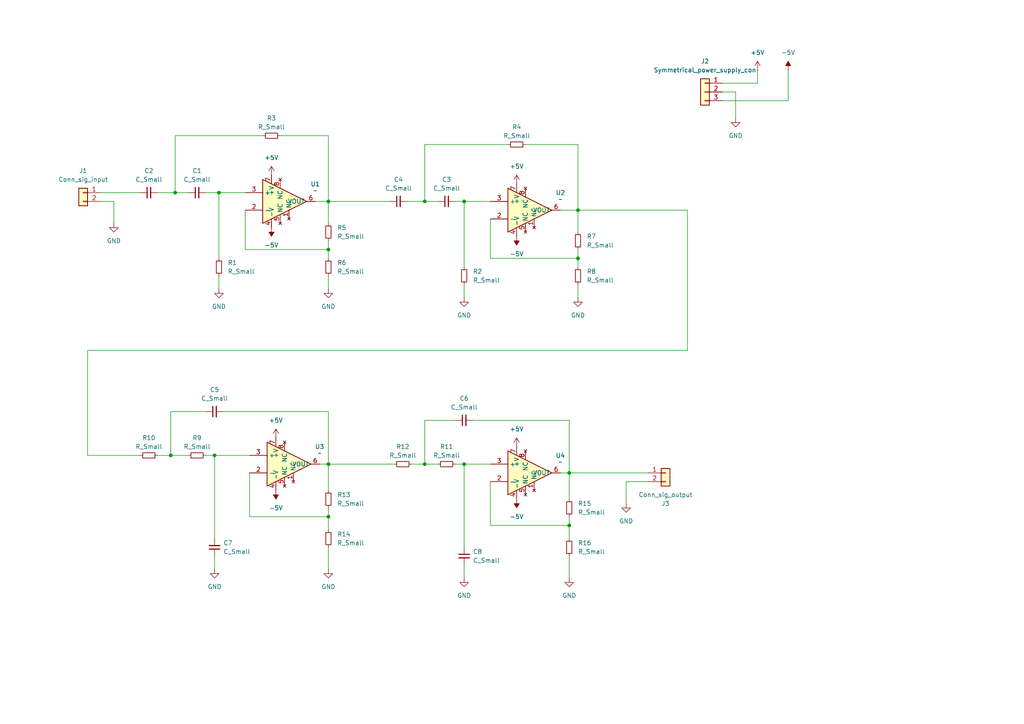
<source format=kicad_sch>
(kicad_sch (version 20231120) (generator "eeschema") (generator_version "8.0")
  (paper "A4")
  (lib_symbols
    (symbol "Connector_Generic:Conn_01x02" (pin_names (offset 1.016) hide)
      (property "Reference" "J" (at 0 2.54 0))
      (property "Value" "Conn_01x02" (at 0 -5.08 0))
      (symbol "Conn_01x02_1_1"
        (rectangle (start -1.27 -2.413) (end 0 -2.667) (stroke (width 0.1524)))
        (rectangle (start -1.27 0.127) (end 0 -0.127) (stroke (width 0.1524)))
        (rectangle (start -1.27 1.27) (end 1.27 -3.81) (stroke (width 0.254)) (fill (type background)))
        (pin passive line (at -5.08 0 0) (length 3.81) (name "Pin_1") (number "1"))
        (pin passive line (at -5.08 -2.54 0) (length 3.81) (name "Pin_2") (number "2"))
      )
    )
    (symbol "Connector_Generic:Conn_01x03" (pin_names (offset 1.016) hide)
      (property "Reference" "J" (at 0 5.08 0))
      (property "Value" "Conn_01x03" (at 0 -5.08 0))
      (symbol "Conn_01x03_1_1"
        (rectangle (start -1.27 -2.413) (end 0 -2.667) (stroke (width 0.1524)))
        (rectangle (start -1.27 0.127) (end 0 -0.127) (stroke (width 0.1524)))
        (rectangle (start -1.27 2.667) (end 0 2.413) (stroke (width 0.1524)))
        (rectangle (start -1.27 3.81) (end 1.27 -3.81) (stroke (width 0.254)) (fill (type background)))
        (pin passive line (at -5.08 2.54 0) (length 3.81) (name "Pin_1") (number "1"))
        (pin passive line (at -5.08 0 0) (length 3.81) (name "Pin_2") (number "2"))
        (pin passive line (at -5.08 -2.54 0) (length 3.81) (name "Pin_3") (number "3"))
      )
    )
    (symbol "Device:C_Small" (pin_numbers hide) (pin_names (offset 0.254) hide)
      (property "Reference" "C" (at 0.254 1.778 0))
      (property "Value" "C_Small" (at 0.254 -2.032 0))
      (symbol "C_Small_0_1"
        (polyline (pts (xy -1.524 -0.508) (xy 1.524 -0.508)) (stroke (width 0.3302)))
        (polyline (pts (xy -1.524 0.508) (xy 1.524 0.508)) (stroke (width 0.3048)))
      )
      (symbol "C_Small_1_1"
        (pin passive line (at 0 2.54 270) (length 2.032) (name "~") (number "1"))
        (pin passive line (at 0 -2.54 90) (length 2.032) (name "~") (number "2"))
      )
    )
    (symbol "Device:R_Small" (pin_numbers hide) (pin_names (offset 0.254) hide)
      (property "Reference" "R" (at 0.762 0.508 0))
      (property "Value" "R_Small" (at 0.762 -1.016 0))
      (symbol "R_Small_0_1"
        (rectangle (start -0.762 1.778) (end 0.762 -1.778) (stroke (width 0.2032)))
      )
      (symbol "R_Small_1_1"
        (pin passive line (at 0 2.54 270) (length 0.762) (name "~") (number "1"))
        (pin passive line (at 0 -2.54 90) (length 0.762) (name "~") (number "2"))
      )
    )
    (symbol "Pav_lib:ad8055"
      (property "Reference" "U" (at 0 0 0))
      (symbol "ad8055_0_1"
        (polyline (pts (xy 3.81 16.51) (xy 3.81 3.81) (xy 16.51 10.16) (xy 3.81 16.51)) (stroke (width 0.254)) (fill (type background)))
        (circle (center 3.81 12.7) (radius 0.0001))
      )
      (symbol "ad8055_1_1"
        (pin no_connect line (at 11.43 5.08 90) (length 2.54) (name "NC") (number "1"))
        (pin input line (at -1.27 7.62 0) (length 5.08) (name "-") (number "2"))
        (pin input line (at -1.27 12.7 0) (length 5.08) (name "+") (number "3"))
        (pin power_in line (at 6.35 2.54 90) (length 2.54) (name "-V") (number "4"))
        (pin no_connect line (at 8.89 3.81 90) (length 2.54) (name "NC") (number "5"))
        (pin output line (at 19.05 10.16 180) (length 2.54) (name "VOUT") (number "6"))
        (pin power_in line (at 6.35 17.78 270) (length 2.54) (name "+V") (number "7"))
        (pin no_connect line (at 8.89 16.51 270) (length 2.54) (name "NC") (number "8"))
      )
    )
    (symbol "power:+5V" (power) (pin_numbers hide) (pin_names (offset 0) hide)
      (property "Value" "+5V" (at 0 3.556 0))
      (symbol "+5V_0_1"
        (polyline (pts (xy -0.762 1.27) (xy 0 2.54)))
        (polyline (pts (xy 0 0) (xy 0 2.54)))
        (polyline (pts (xy 0 2.54) (xy 0.762 1.27)))
      )
      (symbol "+5V_1_1"
        (pin power_in line (at 0 0 90) (length 0) (name "~") (number "1"))
      )
    )
    (symbol "power:-5V" (power) (pin_numbers hide) (pin_names (offset 0) hide)
      (property "Value" "-5V" (at 0 3.556 0))
      (symbol "-5V_0_0"
        (pin power_in line (at 0 0 90) (length 0) (name "~") (number "1"))
      )
      (symbol "-5V_0_1"
        (polyline (pts (xy 0 0) (xy 0 1.27) (xy 0.762 1.27) (xy 0 2.54) (xy -0.762 1.27) (xy 0 1.27)) (fill (type outline)))
      )
    )
    (symbol "power:GND" (power) (pin_numbers hide) (pin_names (offset 0) hide)
      (property "Value" "GND" (at 0 -3.81 0))
      (symbol "GND_0_1"
        (polyline (pts (xy 0 0) (xy 0 -1.27) (xy 1.27 -1.27) (xy 0 -2.54) (xy -1.27 -1.27) (xy 0 -1.27)))
      )
      (symbol "GND_1_1"
        (pin power_in line (at 0 0 270) (length 0) (name "~") (number "1"))
      )
    )
  )
  (junction (at 50.8 55.88))
  (junction (at 62.23 132.08))
  (junction (at 95.25 58.42))
  (junction (at 134.62 134.62))
  (junction (at 123.19 58.42))
  (junction (at 95.25 149.86))
  (junction (at 167.64 60.96))
  (junction (at 134.62 58.42))
  (junction (at 95.25 72.39))
  (junction (at 95.25 134.62))
  (junction (at 49.53 132.08))
  (junction (at 167.64 74.93))
  (junction (at 123.19 134.62))
  (junction (at 165.1 152.4))
  (junction (at 165.1 137.16))
  (junction (at 63.5 55.88))
  (wire (pts (xy 123.19 134.62) (xy 127 134.62)))
  (wire (pts (xy 219.71 24.13) (xy 219.71 20.32)))
  (wire (pts (xy 167.64 41.91) (xy 167.64 60.96)))
  (wire (pts (xy 95.25 39.37) (xy 81.28 39.37)))
  (wire (pts (xy 118.11 58.42) (xy 123.19 58.42)))
  (wire (pts (xy 165.1 152.4) (xy 165.1 156.21)))
  (wire (pts (xy 142.24 63.5) (xy 142.24 74.93)))
  (wire (pts (xy 95.25 58.42) (xy 113.03 58.42)))
  (wire (pts (xy 167.64 67.31) (xy 167.64 60.96)))
  (wire (pts (xy 213.36 26.67) (xy 213.36 34.29)))
  (wire (pts (xy 29.21 58.42) (xy 33.02 58.42)))
  (wire (pts (xy 95.25 64.77) (xy 95.25 58.42)))
  (wire (pts (xy 95.25 134.62) (xy 92.71 134.62)))
  (wire (pts (xy 45.72 132.08) (xy 49.53 132.08)))
  (wire (pts (xy 228.6 20.32) (xy 228.6 29.21)))
  (wire (pts (xy 63.5 55.88) (xy 63.5 74.93)))
  (wire (pts (xy 209.55 24.13) (xy 219.71 24.13)))
  (wire (pts (xy 63.5 55.88) (xy 71.12 55.88)))
  (wire (pts (xy 181.61 139.7) (xy 181.61 146.05)))
  (wire (pts (xy 62.23 132.08) (xy 72.39 132.08)))
  (wire (pts (xy 199.39 60.96) (xy 199.39 101.6)))
  (wire (pts (xy 95.25 72.39) (xy 95.25 74.93)))
  (wire (pts (xy 165.1 137.16) (xy 187.96 137.16)))
  (wire (pts (xy 199.39 101.6) (xy 25.4 101.6)))
  (wire (pts (xy 152.4 41.91) (xy 167.64 41.91)))
  (wire (pts (xy 123.19 121.92) (xy 123.19 134.62)))
  (wire (pts (xy 50.8 39.37) (xy 50.8 55.88)))
  (wire (pts (xy 165.1 137.16) (xy 165.1 144.78)))
  (wire (pts (xy 123.19 58.42) (xy 127 58.42)))
  (wire (pts (xy 95.25 58.42) (xy 91.44 58.42)))
  (wire (pts (xy 167.64 60.96) (xy 199.39 60.96)))
  (wire (pts (xy 142.24 152.4) (xy 165.1 152.4)))
  (wire (pts (xy 167.64 74.93) (xy 167.64 77.47)))
  (wire (pts (xy 71.12 60.96) (xy 71.12 72.39)))
  (wire (pts (xy 25.4 101.6) (xy 25.4 132.08)))
  (wire (pts (xy 71.12 72.39) (xy 95.25 72.39)))
  (wire (pts (xy 165.1 149.86) (xy 165.1 152.4)))
  (wire (pts (xy 132.08 58.42) (xy 134.62 58.42)))
  (wire (pts (xy 147.32 41.91) (xy 123.19 41.91)))
  (wire (pts (xy 49.53 119.38) (xy 49.53 132.08)))
  (wire (pts (xy 95.25 134.62) (xy 95.25 119.38)))
  (wire (pts (xy 134.62 58.42) (xy 142.24 58.42)))
  (wire (pts (xy 59.69 119.38) (xy 49.53 119.38)))
  (wire (pts (xy 209.55 26.67) (xy 213.36 26.67)))
  (wire (pts (xy 132.08 134.62) (xy 134.62 134.62)))
  (wire (pts (xy 187.96 139.7) (xy 181.61 139.7)))
  (wire (pts (xy 63.5 80.01) (xy 63.5 83.82)))
  (wire (pts (xy 62.23 132.08) (xy 62.23 156.21)))
  (wire (pts (xy 50.8 39.37) (xy 76.2 39.37)))
  (wire (pts (xy 142.24 74.93) (xy 167.64 74.93)))
  (wire (pts (xy 72.39 149.86) (xy 95.25 149.86)))
  (wire (pts (xy 45.72 55.88) (xy 50.8 55.88)))
  (wire (pts (xy 165.1 161.29) (xy 165.1 167.64)))
  (wire (pts (xy 165.1 121.92) (xy 137.16 121.92)))
  (wire (pts (xy 29.21 55.88) (xy 40.64 55.88)))
  (wire (pts (xy 132.08 121.92) (xy 123.19 121.92)))
  (wire (pts (xy 134.62 134.62) (xy 134.62 158.75)))
  (wire (pts (xy 167.64 82.55) (xy 167.64 86.36)))
  (wire (pts (xy 95.25 58.42) (xy 95.25 39.37)))
  (wire (pts (xy 228.6 29.21) (xy 209.55 29.21)))
  (wire (pts (xy 62.23 161.29) (xy 62.23 165.1)))
  (wire (pts (xy 95.25 69.85) (xy 95.25 72.39)))
  (wire (pts (xy 134.62 134.62) (xy 142.24 134.62)))
  (wire (pts (xy 25.4 132.08) (xy 40.64 132.08)))
  (wire (pts (xy 167.64 60.96) (xy 162.56 60.96)))
  (wire (pts (xy 165.1 137.16) (xy 165.1 121.92)))
  (wire (pts (xy 95.25 119.38) (xy 64.77 119.38)))
  (wire (pts (xy 33.02 58.42) (xy 33.02 64.77)))
  (wire (pts (xy 49.53 132.08) (xy 54.61 132.08)))
  (wire (pts (xy 134.62 82.55) (xy 134.62 86.36)))
  (wire (pts (xy 72.39 137.16) (xy 72.39 149.86)))
  (wire (pts (xy 162.56 137.16) (xy 165.1 137.16)))
  (wire (pts (xy 134.62 163.83) (xy 134.62 167.64)))
  (wire (pts (xy 59.69 132.08) (xy 62.23 132.08)))
  (wire (pts (xy 123.19 41.91) (xy 123.19 58.42)))
  (wire (pts (xy 95.25 80.01) (xy 95.25 83.82)))
  (wire (pts (xy 95.25 158.75) (xy 95.25 165.1)))
  (wire (pts (xy 134.62 58.42) (xy 134.62 77.47)))
  (wire (pts (xy 95.25 134.62) (xy 114.3 134.62)))
  (wire (pts (xy 142.24 139.7) (xy 142.24 152.4)))
  (wire (pts (xy 95.25 147.32) (xy 95.25 149.86)))
  (wire (pts (xy 95.25 149.86) (xy 95.25 153.67)))
  (wire (pts (xy 119.38 134.62) (xy 123.19 134.62)))
  (wire (pts (xy 50.8 55.88) (xy 54.61 55.88)))
  (wire (pts (xy 95.25 142.24) (xy 95.25 134.62)))
  (wire (pts (xy 59.69 55.88) (xy 63.5 55.88)))
  (wire (pts (xy 167.64 72.39) (xy 167.64 74.93)))
  (symbol (lib_id "Pav_lib:ad8055") (at 143.51 71.12 0) (unit 1)
    (property "Reference" "U2" (at 162.56 55.9114 0))
    (property "Value" "~" (at 162.56 57.8165 0))
    (property "Footprint" "pav_fp:DIP794W56P254L959H533Q8N" (effects (hide yes)))
  )
  (symbol (lib_id "Device:C_Small") (at 129.54 58.42 90) (unit 1)
    (property "Reference" "C3" (at 129.5463 52.07 90))
    (property "Value" "C_Small" (at 129.5463 54.61 90))
    (property "Footprint" "Capacitor_THT:CP_Radial_D4.0mm_P2.00mm" (effects (hide yes)))
    (property "Description" "Unpolarized capacitor, small symbol" (effects (hide yes)))
  )
  (symbol (lib_id "power:GND") (at 63.5 83.82 0) (unit 1)
    (property "Reference" "#PWR04" (effects (hide yes)))
    (property "Value" "GND" (at 63.5 88.9 0))
    (property "Description" "Power symbol creates a global label with name \"GND\" , ground" (effects (hide yes)))
  )
  (symbol (lib_id "Device:C_Small") (at 134.62 161.29 0) (unit 1)
    (property "Reference" "C8" (at 137.16 160.0262 0) (effects (justify left)))
    (property "Value" "C_Small" (at 137.16 162.5662 0) (effects (justify left)))
    (property "Footprint" "Capacitor_THT:CP_Radial_D4.0mm_P2.00mm" (effects (hide yes)))
    (property "Description" "Unpolarized capacitor, small symbol" (effects (hide yes)))
  )
  (symbol (lib_id "Device:C_Small") (at 115.57 58.42 90) (unit 1)
    (property "Reference" "C4" (at 115.5763 52.07 90))
    (property "Value" "C_Small" (at 115.5763 54.61 90))
    (property "Footprint" "Capacitor_THT:CP_Radial_D4.0mm_P2.00mm" (effects (hide yes)))
    (property "Description" "Unpolarized capacitor, small symbol" (effects (hide yes)))
  )
  (symbol (lib_id "power:-5V") (at 149.86 68.58 180) (unit 1)
    (property "Reference" "#PWR018" (effects (hide yes)))
    (property "Value" "-5V" (at 149.86 73.66 0))
    (property "Description" "Power symbol creates a global label with name \"-5V\"" (effects (hide yes)))
  )
  (symbol (lib_id "Device:C_Small") (at 62.23 119.38 90) (unit 1)
    (property "Reference" "C5" (at 62.2363 113.03 90))
    (property "Value" "C_Small" (at 62.2363 115.57 90))
    (property "Footprint" "Capacitor_THT:CP_Radial_D4.0mm_P2.00mm" (effects (hide yes)))
    (property "Description" "Unpolarized capacitor, small symbol" (effects (hide yes)))
  )
  (symbol (lib_id "Device:R_Small") (at 165.1 147.32 0) (unit 1)
    (property "Reference" "R15" (at 167.64 146.0499 0) (effects (justify left)))
    (property "Value" "R_Small" (at 167.64 148.5899 0) (effects (justify left)))
    (property "Footprint" "Resistor_THT:R_Axial_DIN0204_L3.6mm_D1.6mm_P7.62mm_Horizontal" (effects (hide yes)))
    (property "Description" "Resistor, small symbol" (effects (hide yes)))
  )
  (symbol (lib_id "power:GND") (at 181.61 146.05 0) (unit 1)
    (property "Reference" "#PWR08" (effects (hide yes)))
    (property "Value" "GND" (at 181.61 151.13 0))
    (property "Description" "Power symbol creates a global label with name \"GND\" , ground" (effects (hide yes)))
  )
  (symbol (lib_id "Device:C_Small") (at 62.23 158.75 180) (unit 1)
    (property "Reference" "C7" (at 64.77 157.4735 0) (effects (justify right)))
    (property "Value" "C_Small" (at 64.77 160.0135 0) (effects (justify right)))
    (property "Footprint" "Capacitor_THT:CP_Radial_D4.0mm_P2.00mm" (effects (hide yes)))
    (property "Description" "Unpolarized capacitor, small symbol" (effects (hide yes)))
  )
  (symbol (lib_id "power:GND") (at 134.62 167.64 0) (unit 1)
    (property "Reference" "#PWR09" (effects (hide yes)))
    (property "Value" "GND" (at 134.62 172.72 0))
    (property "Description" "Power symbol creates a global label with name \"GND\" , ground" (effects (hide yes)))
  )
  (symbol (lib_id "Device:R_Small") (at 149.86 41.91 90) (unit 1)
    (property "Reference" "R4" (at 149.86 36.83 90))
    (property "Value" "R_Small" (at 149.86 39.37 90))
    (property "Footprint" "Resistor_THT:R_Axial_DIN0204_L3.6mm_D1.6mm_P7.62mm_Horizontal" (effects (hide yes)))
    (property "Description" "Resistor, small symbol" (effects (hide yes)))
  )
  (symbol (lib_id "Device:C_Small") (at 43.18 55.88 90) (unit 1)
    (property "Reference" "C2" (at 43.1863 49.53 90))
    (property "Value" "C_Small" (at 43.1863 52.07 90))
    (property "Footprint" "Capacitor_THT:CP_Radial_D4.0mm_P2.00mm" (effects (hide yes)))
    (property "Description" "Unpolarized capacitor, small symbol" (effects (hide yes)))
  )
  (symbol (lib_id "Device:R_Small") (at 95.25 67.31 0) (unit 1)
    (property "Reference" "R5" (at 97.79 66.0399 0) (effects (justify left)))
    (property "Value" "R_Small" (at 97.79 68.5799 0) (effects (justify left)))
    (property "Footprint" "Resistor_THT:R_Axial_DIN0204_L3.6mm_D1.6mm_P7.62mm_Horizontal" (effects (hide yes)))
    (property "Description" "Resistor, small symbol" (effects (hide yes)))
  )
  (symbol (lib_id "power:-5V") (at 78.74 66.04 180) (unit 1)
    (property "Reference" "#PWR017" (effects (hide yes)))
    (property "Value" "-5V" (at 78.74 71.12 0))
    (property "Description" "Power symbol creates a global label with name \"-5V\"" (effects (hide yes)))
  )
  (symbol (lib_id "power:GND") (at 167.64 86.36 0) (unit 1)
    (property "Reference" "#PWR07" (effects (hide yes)))
    (property "Value" "GND" (at 167.64 91.44 0))
    (property "Description" "Power symbol creates a global label with name \"GND\" , ground" (effects (hide yes)))
  )
  (symbol (lib_id "Pav_lib:ad8055") (at 72.39 68.58 0) (unit 1)
    (property "Reference" "U1" (at 91.44 53.3714 0))
    (property "Value" "~" (at 91.44 55.2765 0))
    (property "Footprint" "pav_fp:DIP794W56P254L959H533Q8N" (effects (hide yes)))
  )
  (symbol (lib_id "Connector_Generic:Conn_01x02") (at 24.13 55.88 0) (mirror y) (unit 1)
    (property "Reference" "J1" (at 24.13 49.53 0))
    (property "Value" "Conn_sig_input" (at 24.13 52.07 0))
    (property "Footprint" "Connector:JWT_A3963_1x02_P3.96mm_Vertical" (effects (hide yes)))
    (property "Description" "Generic connector, single row, 01x02, script generated (kicad-library-utils/schlib/autogen/connector/)" (effects (hide yes)))
  )
  (symbol (lib_id "power:GND") (at 95.25 83.82 0) (unit 1)
    (property "Reference" "#PWR05" (effects (hide yes)))
    (property "Value" "GND" (at 95.25 88.9 0))
    (property "Description" "Power symbol creates a global label with name \"GND\" , ground" (effects (hide yes)))
  )
  (symbol (lib_id "Device:R_Small") (at 57.15 132.08 90) (unit 1)
    (property "Reference" "R9" (at 57.15 127 90))
    (property "Value" "R_Small" (at 57.15 129.54 90))
    (property "Footprint" "Resistor_THT:R_Axial_DIN0204_L3.6mm_D1.6mm_P7.62mm_Horizontal" (effects (hide yes)))
    (property "Description" "Resistor, small symbol" (effects (hide yes)))
  )
  (symbol (lib_id "Device:R_Small") (at 167.64 69.85 0) (unit 1)
    (property "Reference" "R7" (at 170.18 68.5799 0) (effects (justify left)))
    (property "Value" "R_Small" (at 170.18 71.1199 0) (effects (justify left)))
    (property "Footprint" "Resistor_THT:R_Axial_DIN0204_L3.6mm_D1.6mm_P7.62mm_Horizontal" (effects (hide yes)))
    (property "Description" "Resistor, small symbol" (effects (hide yes)))
  )
  (symbol (lib_id "Device:R_Small") (at 95.25 144.78 0) (unit 1)
    (property "Reference" "R13" (at 97.79 143.5099 0) (effects (justify left)))
    (property "Value" "R_Small" (at 97.79 146.0499 0) (effects (justify left)))
    (property "Footprint" "Resistor_THT:R_Axial_DIN0204_L3.6mm_D1.6mm_P7.62mm_Horizontal" (effects (hide yes)))
    (property "Description" "Resistor, small symbol" (effects (hide yes)))
  )
  (symbol (lib_id "Device:R_Small") (at 129.54 134.62 90) (unit 1)
    (property "Reference" "R11" (at 129.54 129.54 90))
    (property "Value" "R_Small" (at 129.54 132.08 90))
    (property "Footprint" "Resistor_THT:R_Axial_DIN0204_L3.6mm_D1.6mm_P7.62mm_Horizontal" (effects (hide yes)))
    (property "Description" "Resistor, small symbol" (effects (hide yes)))
  )
  (symbol (lib_id "Device:R_Small") (at 167.64 80.01 0) (unit 1)
    (property "Reference" "R8" (at 170.18 78.7399 0) (effects (justify left)))
    (property "Value" "R_Small" (at 170.18 81.2799 0) (effects (justify left)))
    (property "Footprint" "Resistor_THT:R_Axial_DIN0204_L3.6mm_D1.6mm_P7.62mm_Horizontal" (effects (hide yes)))
    (property "Description" "Resistor, small symbol" (effects (hide yes)))
  )
  (symbol (lib_id "Device:R_Small") (at 63.5 77.47 0) (unit 1)
    (property "Reference" "R1" (at 66.04 76.1999 0) (effects (justify left)))
    (property "Value" "R_Small" (at 66.04 78.7399 0) (effects (justify left)))
    (property "Footprint" "Resistor_THT:R_Axial_DIN0204_L3.6mm_D1.6mm_P7.62mm_Horizontal" (effects (hide yes)))
    (property "Description" "Resistor, small symbol" (effects (hide yes)))
  )
  (symbol (lib_id "Pav_lib:ad8055") (at 73.66 144.78 0) (unit 1)
    (property "Reference" "U3" (at 92.71 129.5714 0))
    (property "Value" "~" (at 92.71 131.4765 0))
    (property "Footprint" "pav_fp:DIP794W56P254L959H533Q8N" (effects (hide yes)))
  )
  (symbol (lib_id "Connector_Generic:Conn_01x03") (at 204.47 26.67 0) (mirror y) (unit 1)
    (property "Reference" "J2" (at 204.47 17.78 0))
    (property "Value" "Symmetrical_power_supply_con" (at 204.47 20.32 0))
    (property "Footprint" "Connector_JST:JST_EH_B3B-EH-A_1x03_P2.50mm_Vertical" (effects (hide yes)))
    (property "Description" "Generic connector, single row, 01x03, script generated (kicad-library-utils/schlib/autogen/connector/)" (effects (hide yes)))
  )
  (symbol (lib_id "Device:R_Small") (at 95.25 156.21 0) (unit 1)
    (property "Reference" "R14" (at 97.79 154.9399 0) (effects (justify left)))
    (property "Value" "R_Small" (at 97.79 157.4799 0) (effects (justify left)))
    (property "Footprint" "Resistor_THT:R_Axial_DIN0204_L3.6mm_D1.6mm_P7.62mm_Horizontal" (effects (hide yes)))
    (property "Description" "Resistor, small symbol" (effects (hide yes)))
  )
  (symbol (lib_id "power:-5V") (at 80.01 142.24 180) (unit 1)
    (property "Reference" "#PWR019" (effects (hide yes)))
    (property "Value" "-5V" (at 80.01 147.32 0))
    (property "Description" "Power symbol creates a global label with name \"-5V\"" (effects (hide yes)))
  )
  (symbol (lib_id "power:GND") (at 134.62 86.36 0) (unit 1)
    (property "Reference" "#PWR06" (effects (hide yes)))
    (property "Value" "GND" (at 134.62 91.44 0))
    (property "Description" "Power symbol creates a global label with name \"GND\" , ground" (effects (hide yes)))
  )
  (symbol (lib_id "power:-5V") (at 228.6 20.32 0) (unit 1)
    (property "Reference" "#PWR02" (effects (hide yes)))
    (property "Value" "-5V" (at 228.6 15.24 0))
    (property "Description" "Power symbol creates a global label with name \"-5V\"" (effects (hide yes)))
  )
  (symbol (lib_id "Device:R_Small") (at 165.1 158.75 0) (unit 1)
    (property "Reference" "R16" (at 167.64 157.4799 0) (effects (justify left)))
    (property "Value" "R_Small" (at 167.64 160.0199 0) (effects (justify left)))
    (property "Footprint" "Resistor_THT:R_Axial_DIN0204_L3.6mm_D1.6mm_P7.62mm_Horizontal" (effects (hide yes)))
    (property "Description" "Resistor, small symbol" (effects (hide yes)))
  )
  (symbol (lib_id "power:GND") (at 33.02 64.77 0) (unit 1)
    (property "Reference" "#PWR021" (effects (hide yes)))
    (property "Value" "GND" (at 33.02 69.85 0))
    (property "Description" "Power symbol creates a global label with name \"GND\" , ground" (effects (hide yes)))
  )
  (symbol (lib_id "power:+5V") (at 219.71 20.32 0) (unit 1)
    (property "Reference" "#PWR01" (effects (hide yes)))
    (property "Value" "+5V" (at 219.71 15.24 0))
    (property "Description" "Power symbol creates a global label with name \"+5V\"" (effects (hide yes)))
  )
  (symbol (lib_id "power:GND") (at 62.23 165.1 0) (unit 1)
    (property "Reference" "#PWR011" (effects (hide yes)))
    (property "Value" "GND" (at 62.23 170.18 0))
    (property "Description" "Power symbol creates a global label with name \"GND\" , ground" (effects (hide yes)))
  )
  (symbol (lib_id "Pav_lib:ad8055") (at 143.51 147.32 0) (unit 1)
    (property "Reference" "U4" (at 162.56 132.1114 0))
    (property "Value" "~" (at 162.56 134.0165 0))
    (property "Footprint" "pav_fp:DIP794W56P254L959H533Q8N" (effects (hide yes)))
  )
  (symbol (lib_id "power:GND") (at 213.36 34.29 0) (unit 1)
    (property "Reference" "#PWR03" (effects (hide yes)))
    (property "Value" "GND" (at 213.36 39.37 0))
    (property "Description" "Power symbol creates a global label with name \"GND\" , ground" (effects (hide yes)))
  )
  (symbol (lib_id "power:+5V") (at 149.86 129.54 0) (unit 1)
    (property "Reference" "#PWR016" (effects (hide yes)))
    (property "Value" "+5V" (at 149.86 124.46 0))
    (property "Description" "Power symbol creates a global label with name \"+5V\"" (effects (hide yes)))
  )
  (symbol (lib_id "Device:C_Small") (at 57.15 55.88 90) (unit 1)
    (property "Reference" "C1" (at 57.1563 49.53 90))
    (property "Value" "C_Small" (at 57.1563 52.07 90))
    (property "Footprint" "Capacitor_THT:CP_Radial_D4.0mm_P2.00mm" (effects (hide yes)))
    (property "Description" "Unpolarized capacitor, small symbol" (effects (hide yes)))
  )
  (symbol (lib_id "Device:C_Small") (at 134.62 121.92 90) (unit 1)
    (property "Reference" "C6" (at 134.6263 115.57 90))
    (property "Value" "C_Small" (at 134.6263 118.11 90))
    (property "Footprint" "Capacitor_THT:CP_Radial_D4.0mm_P2.00mm" (effects (hide yes)))
    (property "Description" "Unpolarized capacitor, small symbol" (effects (hide yes)))
  )
  (symbol (lib_id "power:+5V") (at 80.01 127 0) (unit 1)
    (property "Reference" "#PWR015" (effects (hide yes)))
    (property "Value" "+5V" (at 80.01 121.92 0))
    (property "Description" "Power symbol creates a global label with name \"+5V\"" (effects (hide yes)))
  )
  (symbol (lib_id "power:+5V") (at 78.74 50.8 0) (unit 1)
    (property "Reference" "#PWR013" (effects (hide yes)))
    (property "Value" "+5V" (at 78.74 45.72 0))
    (property "Description" "Power symbol creates a global label with name \"+5V\"" (effects (hide yes)))
  )
  (symbol (lib_id "Device:R_Small") (at 95.25 77.47 0) (unit 1)
    (property "Reference" "R6" (at 97.79 76.1999 0) (effects (justify left)))
    (property "Value" "R_Small" (at 97.79 78.7399 0) (effects (justify left)))
    (property "Footprint" "Resistor_THT:R_Axial_DIN0204_L3.6mm_D1.6mm_P7.62mm_Horizontal" (effects (hide yes)))
    (property "Description" "Resistor, small symbol" (effects (hide yes)))
  )
  (symbol (lib_id "Device:R_Small") (at 134.62 80.01 0) (unit 1)
    (property "Reference" "R2" (at 137.16 78.7399 0) (effects (justify left)))
    (property "Value" "R_Small" (at 137.16 81.2799 0) (effects (justify left)))
    (property "Footprint" "Resistor_THT:R_Axial_DIN0204_L3.6mm_D1.6mm_P7.62mm_Horizontal" (effects (hide yes)))
    (property "Description" "Resistor, small symbol" (effects (hide yes)))
  )
  (symbol (lib_id "Device:R_Small") (at 116.84 134.62 90) (unit 1)
    (property "Reference" "R12" (at 116.84 129.54 90))
    (property "Value" "R_Small" (at 116.84 132.08 90))
    (property "Footprint" "Resistor_THT:R_Axial_DIN0204_L3.6mm_D1.6mm_P7.62mm_Horizontal" (effects (hide yes)))
    (property "Description" "Resistor, small symbol" (effects (hide yes)))
  )
  (symbol (lib_id "power:+5V") (at 149.86 53.34 0) (unit 1)
    (property "Reference" "#PWR014" (effects (hide yes)))
    (property "Value" "+5V" (at 149.86 48.26 0))
    (property "Description" "Power symbol creates a global label with name \"+5V\"" (effects (hide yes)))
  )
  (symbol (lib_id "Device:R_Small") (at 78.74 39.37 90) (unit 1)
    (property "Reference" "R3" (at 78.74 34.29 90))
    (property "Value" "R_Small" (at 78.74 36.83 90))
    (property "Footprint" "Resistor_THT:R_Axial_DIN0204_L3.6mm_D1.6mm_P7.62mm_Horizontal" (effects (hide yes)))
    (property "Description" "Resistor, small symbol" (effects (hide yes)))
  )
  (symbol (lib_id "power:GND") (at 95.25 165.1 0) (unit 1)
    (property "Reference" "#PWR012" (effects (hide yes)))
    (property "Value" "GND" (at 95.25 170.18 0))
    (property "Description" "Power symbol creates a global label with name \"GND\" , ground" (effects (hide yes)))
  )
  (symbol (lib_id "power:-5V") (at 149.86 144.78 180) (unit 1)
    (property "Reference" "#PWR020" (effects (hide yes)))
    (property "Value" "-5V" (at 149.86 149.86 0))
    (property "Description" "Power symbol creates a global label with name \"-5V\"" (effects (hide yes)))
  )
  (symbol (lib_id "Device:R_Small") (at 43.18 132.08 90) (unit 1)
    (property "Reference" "R10" (at 43.18 127 90))
    (property "Value" "R_Small" (at 43.18 129.54 90))
    (property "Footprint" "Resistor_THT:R_Axial_DIN0204_L3.6mm_D1.6mm_P7.62mm_Horizontal" (effects (hide yes)))
    (property "Description" "Resistor, small symbol" (effects (hide yes)))
  )
  (symbol (lib_id "power:GND") (at 165.1 167.64 0) (unit 1)
    (property "Reference" "#PWR010" (effects (hide yes)))
    (property "Value" "GND" (at 165.1 172.72 0))
    (property "Description" "Power symbol creates a global label with name \"GND\" , ground" (effects (hide yes)))
  )
  (symbol (lib_id "Connector_Generic:Conn_01x02") (at 193.04 137.16 0) (unit 1)
    (property "Reference" "J3" (at 193.04 146.05 0))
    (property "Value" "Conn_sig_output" (at 193.04 143.51 0))
    (property "Footprint" "Connector:JWT_A3963_1x02_P3.96mm_Vertical" (effects (hide yes)))
    (property "Description" "Generic connector, single row, 01x02, script generated (kicad-library-utils/schlib/autogen/connector/)" (effects (hide yes)))
  )
)
</source>
